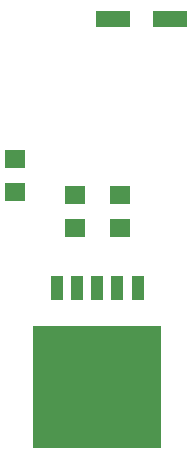
<source format=gbr>
G04 EAGLE Gerber RS-274X export*
G75*
%MOMM*%
%FSLAX34Y34*%
%LPD*%
%INSolderpaste Top*%
%IPPOS*%
%AMOC8*
5,1,8,0,0,1.08239X$1,22.5*%
G01*
%ADD10R,10.800000X10.410000*%
%ADD11R,1.066800X2.159000*%
%ADD12R,3.000000X1.400000*%
%ADD13R,1.800000X1.600000*%


D10*
X177800Y119380D03*
D11*
X211836Y202692D03*
X194818Y202692D03*
X177800Y202692D03*
X160782Y202692D03*
X143764Y202692D03*
D12*
X238940Y430540D03*
X190940Y430540D03*
D13*
X197160Y281980D03*
X197160Y253980D03*
X159060Y281980D03*
X159060Y253980D03*
X108260Y312460D03*
X108260Y284460D03*
M02*

</source>
